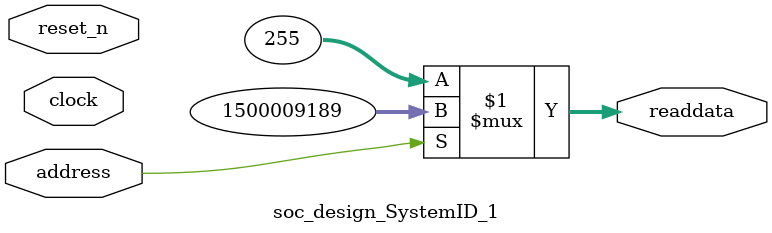
<source format=v>
module soc_design_SystemID_1 (
                address,
                clock,
                reset_n,
                readdata
             )
;
  output  [ 31: 0] readdata;
  input            address;
  input            clock;
  input            reset_n;
  wire    [ 31: 0] readdata;
  assign readdata = address ? 1500009189 : 255;
endmodule
</source>
